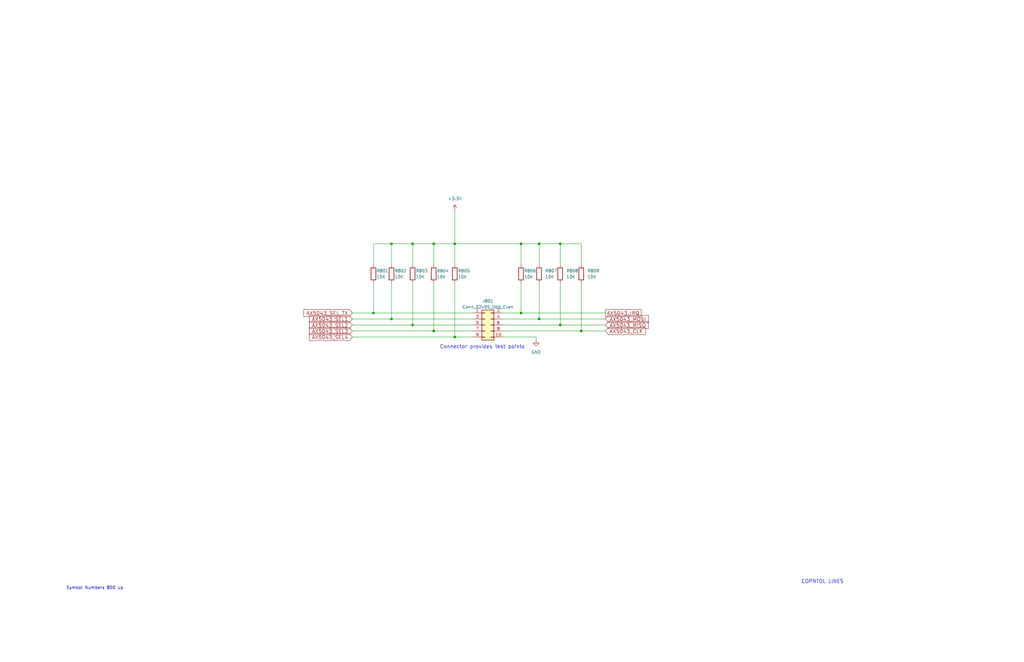
<source format=kicad_sch>
(kicad_sch (version 20230121) (generator eeschema)
  (paper "USLedger")
  (title_block (title "Radiation Tolerant PacSat Communication") (date "2023-06-17") (rev "A") (company "AMSAT-NA") (comment 1 "N5BRG"))
  (lib_symbols
    (symbol "Connector_Generic:Conn_02x05_Odd_Even" (pin_names (offset 1.016) hide)
      (property "Reference" "J" (at 1.27 7.62 0))
      (property "Value" "Conn_02x05_Odd_Even" (at 1.27 -7.62 0))
      (symbol "Conn_02x05_Odd_Even_1_1"
        (rectangle (start -1.27 -4.953) (end 0 -5.207) (stroke (width 0.1524)))
        (rectangle (start -1.27 -2.413) (end 0 -2.667) (stroke (width 0.1524)))
        (rectangle (start -1.27 0.127) (end 0 -0.127) (stroke (width 0.1524)))
        (rectangle (start -1.27 2.667) (end 0 2.413) (stroke (width 0.1524)))
        (rectangle (start -1.27 5.207) (end 0 4.953) (stroke (width 0.1524)))
        (rectangle (start -1.27 6.35) (end 3.81 -6.35) (stroke (width 0.254)) (fill (type background)))
        (rectangle (start 3.81 -4.953) (end 2.54 -5.207) (stroke (width 0.1524)))
        (rectangle (start 3.81 -2.413) (end 2.54 -2.667) (stroke (width 0.1524)))
        (rectangle (start 3.81 0.127) (end 2.54 -0.127) (stroke (width 0.1524)))
        (rectangle (start 3.81 2.667) (end 2.54 2.413) (stroke (width 0.1524)))
        (rectangle (start 3.81 5.207) (end 2.54 4.953) (stroke (width 0.1524)))
        (pin passive line (at -5.08 5.08 0) (length 3.81) (name "Pin_1") (number "1"))
        (pin passive line (at 7.62 -5.08 180) (length 3.81) (name "Pin_10") (number "10"))
        (pin passive line (at 7.62 5.08 180) (length 3.81) (name "Pin_2") (number "2"))
        (pin passive line (at -5.08 2.54 0) (length 3.81) (name "Pin_3") (number "3"))
        (pin passive line (at 7.62 2.54 180) (length 3.81) (name "Pin_4") (number "4"))
        (pin passive line (at -5.08 0 0) (length 3.81) (name "Pin_5") (number "5"))
        (pin passive line (at 7.62 0 180) (length 3.81) (name "Pin_6") (number "6"))
        (pin passive line (at -5.08 -2.54 0) (length 3.81) (name "Pin_7") (number "7"))
        (pin passive line (at 7.62 -2.54 180) (length 3.81) (name "Pin_8") (number "8"))
        (pin passive line (at -5.08 -5.08 0) (length 3.81) (name "Pin_9") (number "9"))
      )
    )
    (symbol "Device:R" (pin_numbers hide) (pin_names (offset 0))
      (property "Reference" "R" (at 2.032 0 90))
      (property "Value" "R" (at 0 0 90))
      (symbol "R_0_1"
        (rectangle (start -1.016 -2.54) (end 1.016 2.54) (stroke (width 0.254)))
      )
      (symbol "R_1_1"
        (pin passive line (at 0 3.81 270) (length 1.27) (name "~") (number "1"))
        (pin passive line (at 0 -3.81 90) (length 1.27) (name "~") (number "2"))
      )
    )
    (symbol "power:+3.3V" (power) (pin_names (offset 0))
      (property "Value" "+3.3V" (at 0 3.556 0))
      (symbol "+3.3V_0_1"
        (polyline (pts (xy -0.762 1.27) (xy 0 2.54)))
        (polyline (pts (xy 0 0) (xy 0 2.54)))
        (polyline (pts (xy 0 2.54) (xy 0.762 1.27)))
      )
      (symbol "+3.3V_1_1"
        (pin power_in line (at 0 0 90) (length 0) hide (name "+3.3V") (number "1"))
      )
    )
    (symbol "power:GND" (power) (pin_names (offset 0))
      (property "Value" "GND" (at 0 -3.81 0))
      (symbol "GND_0_1"
        (polyline (pts (xy 0 0) (xy 0 -1.27) (xy 1.27 -1.27) (xy 0 -2.54) (xy -1.27 -1.27) (xy 0 -1.27)))
      )
      (symbol "GND_1_1"
        (pin power_in line (at 0 0 270) (length 0) hide (name "GND") (number "1"))
      )
    )
  )
  (junction (at 157.48 132.08))
  (junction (at 245.11 139.7))
  (junction (at 165.1 134.62))
  (junction (at 182.88 139.7))
  (junction (at 227.33 134.62))
  (junction (at 236.22 137.16))
  (junction (at 191.77 102.87))
  (junction (at 227.33 102.87))
  (junction (at 173.99 102.87))
  (junction (at 236.22 102.87))
  (junction (at 191.77 142.24))
  (junction (at 165.1 102.87))
  (junction (at 182.88 102.87))
  (junction (at 173.99 137.16))
  (junction (at 219.71 102.87))
  (junction (at 219.71 132.08))
  (wire (pts (xy 191.77 88.9) (xy 191.77 102.87)))
  (wire (pts (xy 173.99 137.16) (xy 199.39 137.16)))
  (wire (pts (xy 227.33 134.62) (xy 255.27 134.62)))
  (wire (pts (xy 173.99 102.87) (xy 173.99 111.76)))
  (wire (pts (xy 226.06 142.24) (xy 226.06 143.51)))
  (wire (pts (xy 173.99 119.38) (xy 173.99 137.16)))
  (wire (pts (xy 219.71 111.76) (xy 219.71 102.87)))
  (wire (pts (xy 182.88 139.7) (xy 199.39 139.7)))
  (wire (pts (xy 173.99 102.87) (xy 182.88 102.87)))
  (wire (pts (xy 148.59 139.7) (xy 182.88 139.7)))
  (wire (pts (xy 227.33 119.38) (xy 227.33 134.62)))
  (wire (pts (xy 157.48 102.87) (xy 165.1 102.87)))
  (wire (pts (xy 212.09 142.24) (xy 226.06 142.24)))
  (wire (pts (xy 165.1 111.76) (xy 165.1 102.87)))
  (wire (pts (xy 245.11 102.87) (xy 245.11 111.76)))
  (wire (pts (xy 236.22 137.16) (xy 255.27 137.16)))
  (wire (pts (xy 245.11 119.38) (xy 245.11 139.7)))
  (wire (pts (xy 227.33 111.76) (xy 227.33 102.87)))
  (wire (pts (xy 245.11 139.7) (xy 255.27 139.7)))
  (wire (pts (xy 219.71 102.87) (xy 227.33 102.87)))
  (wire (pts (xy 212.09 132.08) (xy 219.71 132.08)))
  (wire (pts (xy 219.71 119.38) (xy 219.71 132.08)))
  (wire (pts (xy 148.59 137.16) (xy 173.99 137.16)))
  (wire (pts (xy 148.59 134.62) (xy 165.1 134.62)))
  (wire (pts (xy 182.88 119.38) (xy 182.88 139.7)))
  (wire (pts (xy 212.09 134.62) (xy 227.33 134.62)))
  (wire (pts (xy 165.1 102.87) (xy 173.99 102.87)))
  (wire (pts (xy 227.33 102.87) (xy 236.22 102.87)))
  (wire (pts (xy 165.1 134.62) (xy 199.39 134.62)))
  (wire (pts (xy 212.09 139.7) (xy 245.11 139.7)))
  (wire (pts (xy 157.48 119.38) (xy 157.48 132.08)))
  (wire (pts (xy 182.88 102.87) (xy 182.88 111.76)))
  (wire (pts (xy 212.09 137.16) (xy 236.22 137.16)))
  (wire (pts (xy 191.77 142.24) (xy 199.39 142.24)))
  (wire (pts (xy 157.48 111.76) (xy 157.48 102.87)))
  (wire (pts (xy 157.48 132.08) (xy 199.39 132.08)))
  (wire (pts (xy 191.77 119.38) (xy 191.77 142.24)))
  (wire (pts (xy 182.88 102.87) (xy 191.77 102.87)))
  (wire (pts (xy 191.77 102.87) (xy 191.77 111.76)))
  (wire (pts (xy 148.59 142.24) (xy 191.77 142.24)))
  (wire (pts (xy 165.1 119.38) (xy 165.1 134.62)))
  (wire (pts (xy 219.71 132.08) (xy 255.27 132.08)))
  (wire (pts (xy 236.22 102.87) (xy 245.11 102.87)))
  (wire (pts (xy 148.59 132.08) (xy 157.48 132.08)))
  (wire (pts (xy 191.77 102.87) (xy 219.71 102.87)))
  (wire (pts (xy 236.22 102.87) (xy 236.22 111.76)))
  (wire (pts (xy 236.22 119.38) (xy 236.22 137.16)))
  (text "Symbol Numbers 800 up" (at 27.94 248.92 0) (effects (font (size 1.27 1.27)) (justify left bottom)))
  (text "COPNTOL LINES" (at 337.82 246.38 0) (effects (font (size 1.524 1.524)) (justify left bottom)))
  (text "Connector provides test points" (at 185.42 147.32 0) (effects (font (size 1.524 1.524)) (justify left bottom)))
  (global_label "AX5043_SEL_TX" (shape input) (at 148.59 132.08 180) (effects (font (size 1.524 1.524))) (property "Intersheetrefs" "${INTERSHEET_REFS}" (effects hide)))
  (global_label "AX5043_IRQ" (shape passive) (at 255.27 132.08 0) (effects (font (size 1.524 1.524))) (property "Intersheetrefs" "${INTERSHEET_REFS}" (effects hide)))
  (global_label "AX5043_MISO" (shape input) (at 255.27 137.16 0) (effects (font (size 1.524 1.524))) (property "Intersheetrefs" "${INTERSHEET_REFS}" (effects hide)))
  (global_label "AX5043_MOSI" (shape input) (at 255.27 134.62 0) (effects (font (size 1.524 1.524))) (property "Intersheetrefs" "${INTERSHEET_REFS}" (effects hide)))
  (global_label "AX5043_CLK" (shape input) (at 255.27 139.7 0) (effects (font (size 1.524 1.524))) (property "Intersheetrefs" "${INTERSHEET_REFS}" (effects hide)))
  (global_label "AX5043_SEL1" (shape input) (at 148.59 134.62 180) (effects (font (size 1.524 1.524))) (property "Intersheetrefs" "${INTERSHEET_REFS}" (effects hide)))
  (global_label "AX5043_SEL4" (shape input) (at 148.59 142.24 180) (effects (font (size 1.524 1.524))) (property "Intersheetrefs" "${INTERSHEET_REFS}" (effects hide)))
  (global_label "AX5043_SEL3" (shape input) (at 148.59 139.7 180) (effects (font (size 1.524 1.524))) (property "Intersheetrefs" "${INTERSHEET_REFS}" (effects hide)))
  (global_label "AX5043_SEL2" (shape input) (at 148.59 137.16 180) (effects (font (size 1.524 1.524))) (property "Intersheetrefs" "${INTERSHEET_REFS}" (effects hide)))
  (symbol (lib_id "power:GND") (at 226.06 143.51 0) (unit 1)
    (property "Reference" "#PWR0802" (effects hide))
    (property "Value" "GND" (at 226.06 148.59 0))
  )
  (symbol (lib_id "Device:R") (at 157.48 115.57 0) (unit 1)
    (property "Reference" "R801" (at 158.75 114.3 0) (effects (justify left)))
    (property "Value" "10K" (at 158.75 116.84 0) (effects (justify left)))
    (property "Footprint" "Resistor_SMD:R_0603_1608Metric_Pad0.98x0.95mm_HandSolder" (effects hide))
  )
  (symbol (lib_id "Device:R") (at 173.99 115.57 0) (unit 1)
    (property "Reference" "R803" (at 175.26 114.3 0) (effects (justify left)))
    (property "Value" "10K" (at 175.26 116.84 0) (effects (justify left)))
    (property "Footprint" "Resistor_SMD:R_0603_1608Metric_Pad0.98x0.95mm_HandSolder" (effects hide))
  )
  (symbol (lib_id "Device:R") (at 236.22 115.57 0) (unit 1)
    (property "Reference" "R808" (at 238.76 114.2999 0) (effects (justify left)))
    (property "Value" "10K" (at 238.76 116.8399 0) (effects (justify left)))
    (property "Footprint" "Resistor_SMD:R_0603_1608Metric_Pad0.98x0.95mm_HandSolder" (effects hide))
  )
  (symbol (lib_id "Device:R") (at 227.33 115.57 0) (unit 1)
    (property "Reference" "R807" (at 229.87 114.2999 0) (effects (justify left)))
    (property "Value" "10K" (at 229.87 116.8399 0) (effects (justify left)))
    (property "Footprint" "Resistor_SMD:R_0603_1608Metric_Pad0.98x0.95mm_HandSolder" (effects hide))
  )
  (symbol (lib_id "power:+3.3V") (at 191.77 88.9 0) (unit 1)
    (property "Reference" "#PWR0728" (effects hide))
    (property "Value" "+3.3V" (at 191.77 83.82 0))
  )
  (symbol (lib_id "Connector_Generic:Conn_02x05_Odd_Even") (at 204.47 137.16 0) (unit 1)
    (property "Reference" "J801" (at 205.74 127 0))
    (property "Value" "Conn_02x05_Odd_Even" (at 205.74 129.54 0))
    (property "Footprint" "Connector_PinHeader_2.54mm:PinHeader_2x05_P2.54mm_Vertical" (effects hide))
  )
  (symbol (lib_id "Device:R") (at 219.71 115.57 0) (unit 1)
    (property "Reference" "R806" (at 220.98 114.3 0) (effects (justify left)))
    (property "Value" "10K" (at 220.98 116.84 0) (effects (justify left)))
    (property "Footprint" "Resistor_SMD:R_0603_1608Metric_Pad0.98x0.95mm_HandSolder" (effects hide))
  )
  (symbol (lib_id "Device:R") (at 191.77 115.57 0) (unit 1)
    (property "Reference" "R805" (at 193.04 114.3 0) (effects (justify left)))
    (property "Value" "10K" (at 193.04 116.84 0) (effects (justify left)))
    (property "Footprint" "Resistor_SMD:R_0603_1608Metric_Pad0.98x0.95mm_HandSolder" (effects hide))
  )
  (symbol (lib_id "Device:R") (at 245.11 115.57 0) (unit 1)
    (property "Reference" "R809" (at 247.65 114.2999 0) (effects (justify left)))
    (property "Value" "10K" (at 247.65 116.8399 0) (effects (justify left)))
    (property "Footprint" "Resistor_SMD:R_0603_1608Metric_Pad0.98x0.95mm_HandSolder" (effects hide))
  )
  (symbol (lib_id "Device:R") (at 182.88 115.57 0) (unit 1)
    (property "Reference" "R804" (at 184.15 114.3 0) (effects (justify left)))
    (property "Value" "10K" (at 184.15 116.84 0) (effects (justify left)))
    (property "Footprint" "Resistor_SMD:R_0603_1608Metric_Pad0.98x0.95mm_HandSolder" (effects hide))
  )
  (symbol (lib_id "Device:R") (at 165.1 115.57 0) (unit 1)
    (property "Reference" "R802" (at 166.37 114.3 0) (effects (justify left)))
    (property "Value" "10K" (at 166.37 116.84 0) (effects (justify left)))
    (property "Footprint" "Resistor_SMD:R_0603_1608Metric_Pad0.98x0.95mm_HandSolder" (effects hide))
  )
)
</source>
